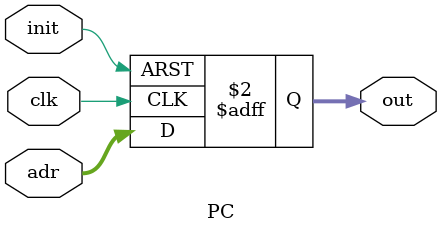
<source format=v>
module PC(input clk, init, input [9:0] adr, output reg [9:0] out);
	always @(posedge clk or posedge init) begin
		if(init) 
			out <= 0;
		 else 
			out <=adr ;
		
	end
endmodule // PC
</source>
